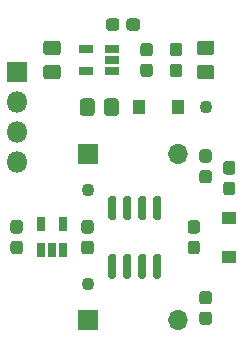
<source format=gts>
G04 #@! TF.GenerationSoftware,KiCad,Pcbnew,5.1.6-c6e7f7d~87~ubuntu18.04.1*
G04 #@! TF.CreationDate,2021-01-03T20:00:45-05:00*
G04 #@! TF.ProjectId,entropy,656e7472-6f70-4792-9e6b-696361645f70,rev?*
G04 #@! TF.SameCoordinates,Original*
G04 #@! TF.FileFunction,Soldermask,Top*
G04 #@! TF.FilePolarity,Negative*
%FSLAX46Y46*%
G04 Gerber Fmt 4.6, Leading zero omitted, Abs format (unit mm)*
G04 Created by KiCad (PCBNEW 5.1.6-c6e7f7d~87~ubuntu18.04.1) date 2021-01-03 20:00:45*
%MOMM*%
%LPD*%
G01*
G04 APERTURE LIST*
%ADD10R,1.000000X1.300000*%
%ADD11R,1.300000X1.000000*%
%ADD12R,1.700000X1.700000*%
%ADD13O,1.700000X1.700000*%
%ADD14R,1.800000X1.800000*%
%ADD15O,1.800000X1.800000*%
%ADD16C,1.100000*%
%ADD17R,1.160000X0.750000*%
%ADD18R,0.750000X1.160000*%
G04 APERTURE END LIST*
G36*
G01*
X164478262Y-117600000D02*
X163521738Y-117600000D01*
G75*
G02*
X163250000Y-117328262I0J271738D01*
G01*
X163250000Y-116621738D01*
G75*
G02*
X163521738Y-116350000I271738J0D01*
G01*
X164478262Y-116350000D01*
G75*
G02*
X164750000Y-116621738I0J-271738D01*
G01*
X164750000Y-117328262D01*
G75*
G02*
X164478262Y-117600000I-271738J0D01*
G01*
G37*
G36*
G01*
X164478262Y-119650000D02*
X163521738Y-119650000D01*
G75*
G02*
X163250000Y-119378262I0J271738D01*
G01*
X163250000Y-118671738D01*
G75*
G02*
X163521738Y-118400000I271738J0D01*
G01*
X164478262Y-118400000D01*
G75*
G02*
X164750000Y-118671738I0J-271738D01*
G01*
X164750000Y-119378262D01*
G75*
G02*
X164478262Y-119650000I-271738J0D01*
G01*
G37*
G36*
G01*
X174762500Y-117700000D02*
X174237500Y-117700000D01*
G75*
G02*
X173975000Y-117437500I0J262500D01*
G01*
X173975000Y-116812500D01*
G75*
G02*
X174237500Y-116550000I262500J0D01*
G01*
X174762500Y-116550000D01*
G75*
G02*
X175025000Y-116812500I0J-262500D01*
G01*
X175025000Y-117437500D01*
G75*
G02*
X174762500Y-117700000I-262500J0D01*
G01*
G37*
G36*
G01*
X174762500Y-119450000D02*
X174237500Y-119450000D01*
G75*
G02*
X173975000Y-119187500I0J262500D01*
G01*
X173975000Y-118562500D01*
G75*
G02*
X174237500Y-118300000I262500J0D01*
G01*
X174762500Y-118300000D01*
G75*
G02*
X175025000Y-118562500I0J-262500D01*
G01*
X175025000Y-119187500D01*
G75*
G02*
X174762500Y-119450000I-262500J0D01*
G01*
G37*
G36*
G01*
X177478262Y-119650000D02*
X176521738Y-119650000D01*
G75*
G02*
X176250000Y-119378262I0J271738D01*
G01*
X176250000Y-118671738D01*
G75*
G02*
X176521738Y-118400000I271738J0D01*
G01*
X177478262Y-118400000D01*
G75*
G02*
X177750000Y-118671738I0J-271738D01*
G01*
X177750000Y-119378262D01*
G75*
G02*
X177478262Y-119650000I-271738J0D01*
G01*
G37*
G36*
G01*
X177478262Y-117600000D02*
X176521738Y-117600000D01*
G75*
G02*
X176250000Y-117328262I0J271738D01*
G01*
X176250000Y-116621738D01*
G75*
G02*
X176521738Y-116350000I271738J0D01*
G01*
X177478262Y-116350000D01*
G75*
G02*
X177750000Y-116621738I0J-271738D01*
G01*
X177750000Y-117328262D01*
G75*
G02*
X177478262Y-117600000I-271738J0D01*
G01*
G37*
G36*
G01*
X175737500Y-131550000D02*
X176262500Y-131550000D01*
G75*
G02*
X176525000Y-131812500I0J-262500D01*
G01*
X176525000Y-132437500D01*
G75*
G02*
X176262500Y-132700000I-262500J0D01*
G01*
X175737500Y-132700000D01*
G75*
G02*
X175475000Y-132437500I0J262500D01*
G01*
X175475000Y-131812500D01*
G75*
G02*
X175737500Y-131550000I262500J0D01*
G01*
G37*
G36*
G01*
X175737500Y-133300000D02*
X176262500Y-133300000D01*
G75*
G02*
X176525000Y-133562500I0J-262500D01*
G01*
X176525000Y-134187500D01*
G75*
G02*
X176262500Y-134450000I-262500J0D01*
G01*
X175737500Y-134450000D01*
G75*
G02*
X175475000Y-134187500I0J262500D01*
G01*
X175475000Y-133562500D01*
G75*
G02*
X175737500Y-133300000I262500J0D01*
G01*
G37*
G36*
G01*
X166737500Y-131550000D02*
X167262500Y-131550000D01*
G75*
G02*
X167525000Y-131812500I0J-262500D01*
G01*
X167525000Y-132437500D01*
G75*
G02*
X167262500Y-132700000I-262500J0D01*
G01*
X166737500Y-132700000D01*
G75*
G02*
X166475000Y-132437500I0J262500D01*
G01*
X166475000Y-131812500D01*
G75*
G02*
X166737500Y-131550000I262500J0D01*
G01*
G37*
G36*
G01*
X166737500Y-133300000D02*
X167262500Y-133300000D01*
G75*
G02*
X167525000Y-133562500I0J-262500D01*
G01*
X167525000Y-134187500D01*
G75*
G02*
X167262500Y-134450000I-262500J0D01*
G01*
X166737500Y-134450000D01*
G75*
G02*
X166475000Y-134187500I0J262500D01*
G01*
X166475000Y-133562500D01*
G75*
G02*
X166737500Y-133300000I262500J0D01*
G01*
G37*
G36*
G01*
X160737500Y-133300000D02*
X161262500Y-133300000D01*
G75*
G02*
X161525000Y-133562500I0J-262500D01*
G01*
X161525000Y-134187500D01*
G75*
G02*
X161262500Y-134450000I-262500J0D01*
G01*
X160737500Y-134450000D01*
G75*
G02*
X160475000Y-134187500I0J262500D01*
G01*
X160475000Y-133562500D01*
G75*
G02*
X160737500Y-133300000I262500J0D01*
G01*
G37*
G36*
G01*
X160737500Y-131550000D02*
X161262500Y-131550000D01*
G75*
G02*
X161525000Y-131812500I0J-262500D01*
G01*
X161525000Y-132437500D01*
G75*
G02*
X161262500Y-132700000I-262500J0D01*
G01*
X160737500Y-132700000D01*
G75*
G02*
X160475000Y-132437500I0J262500D01*
G01*
X160475000Y-131812500D01*
G75*
G02*
X160737500Y-131550000I262500J0D01*
G01*
G37*
D10*
X171350000Y-122000000D03*
X174650000Y-122000000D03*
D11*
X179000000Y-134650000D03*
X179000000Y-131350000D03*
D12*
X167000000Y-140000000D03*
D13*
X174620000Y-140000000D03*
X174620000Y-126000000D03*
D12*
X167000000Y-126000000D03*
D14*
X161000000Y-119000000D03*
D15*
X161000000Y-121540000D03*
X161000000Y-124080000D03*
X161000000Y-126620000D03*
G36*
G01*
X166350000Y-122478262D02*
X166350000Y-121521738D01*
G75*
G02*
X166621738Y-121250000I271738J0D01*
G01*
X167328262Y-121250000D01*
G75*
G02*
X167600000Y-121521738I0J-271738D01*
G01*
X167600000Y-122478262D01*
G75*
G02*
X167328262Y-122750000I-271738J0D01*
G01*
X166621738Y-122750000D01*
G75*
G02*
X166350000Y-122478262I0J271738D01*
G01*
G37*
G36*
G01*
X168400000Y-122478262D02*
X168400000Y-121521738D01*
G75*
G02*
X168671738Y-121250000I271738J0D01*
G01*
X169378262Y-121250000D01*
G75*
G02*
X169650000Y-121521738I0J-271738D01*
G01*
X169650000Y-122478262D01*
G75*
G02*
X169378262Y-122750000I-271738J0D01*
G01*
X168671738Y-122750000D01*
G75*
G02*
X168400000Y-122478262I0J271738D01*
G01*
G37*
G36*
G01*
X172262500Y-119450000D02*
X171737500Y-119450000D01*
G75*
G02*
X171475000Y-119187500I0J262500D01*
G01*
X171475000Y-118562500D01*
G75*
G02*
X171737500Y-118300000I262500J0D01*
G01*
X172262500Y-118300000D01*
G75*
G02*
X172525000Y-118562500I0J-262500D01*
G01*
X172525000Y-119187500D01*
G75*
G02*
X172262500Y-119450000I-262500J0D01*
G01*
G37*
G36*
G01*
X172262500Y-117700000D02*
X171737500Y-117700000D01*
G75*
G02*
X171475000Y-117437500I0J262500D01*
G01*
X171475000Y-116812500D01*
G75*
G02*
X171737500Y-116550000I262500J0D01*
G01*
X172262500Y-116550000D01*
G75*
G02*
X172525000Y-116812500I0J-262500D01*
G01*
X172525000Y-117437500D01*
G75*
G02*
X172262500Y-117700000I-262500J0D01*
G01*
G37*
G36*
G01*
X169700000Y-114737500D02*
X169700000Y-115262500D01*
G75*
G02*
X169437500Y-115525000I-262500J0D01*
G01*
X168812500Y-115525000D01*
G75*
G02*
X168550000Y-115262500I0J262500D01*
G01*
X168550000Y-114737500D01*
G75*
G02*
X168812500Y-114475000I262500J0D01*
G01*
X169437500Y-114475000D01*
G75*
G02*
X169700000Y-114737500I0J-262500D01*
G01*
G37*
G36*
G01*
X171450000Y-114737500D02*
X171450000Y-115262500D01*
G75*
G02*
X171187500Y-115525000I-262500J0D01*
G01*
X170562500Y-115525000D01*
G75*
G02*
X170300000Y-115262500I0J262500D01*
G01*
X170300000Y-114737500D01*
G75*
G02*
X170562500Y-114475000I262500J0D01*
G01*
X171187500Y-114475000D01*
G75*
G02*
X171450000Y-114737500I0J-262500D01*
G01*
G37*
G36*
G01*
X178737500Y-128300000D02*
X179262500Y-128300000D01*
G75*
G02*
X179525000Y-128562500I0J-262500D01*
G01*
X179525000Y-129187500D01*
G75*
G02*
X179262500Y-129450000I-262500J0D01*
G01*
X178737500Y-129450000D01*
G75*
G02*
X178475000Y-129187500I0J262500D01*
G01*
X178475000Y-128562500D01*
G75*
G02*
X178737500Y-128300000I262500J0D01*
G01*
G37*
G36*
G01*
X178737500Y-126550000D02*
X179262500Y-126550000D01*
G75*
G02*
X179525000Y-126812500I0J-262500D01*
G01*
X179525000Y-127437500D01*
G75*
G02*
X179262500Y-127700000I-262500J0D01*
G01*
X178737500Y-127700000D01*
G75*
G02*
X178475000Y-127437500I0J262500D01*
G01*
X178475000Y-126812500D01*
G75*
G02*
X178737500Y-126550000I262500J0D01*
G01*
G37*
G36*
G01*
X177262500Y-140450000D02*
X176737500Y-140450000D01*
G75*
G02*
X176475000Y-140187500I0J262500D01*
G01*
X176475000Y-139562500D01*
G75*
G02*
X176737500Y-139300000I262500J0D01*
G01*
X177262500Y-139300000D01*
G75*
G02*
X177525000Y-139562500I0J-262500D01*
G01*
X177525000Y-140187500D01*
G75*
G02*
X177262500Y-140450000I-262500J0D01*
G01*
G37*
G36*
G01*
X177262500Y-138700000D02*
X176737500Y-138700000D01*
G75*
G02*
X176475000Y-138437500I0J262500D01*
G01*
X176475000Y-137812500D01*
G75*
G02*
X176737500Y-137550000I262500J0D01*
G01*
X177262500Y-137550000D01*
G75*
G02*
X177525000Y-137812500I0J-262500D01*
G01*
X177525000Y-138437500D01*
G75*
G02*
X177262500Y-138700000I-262500J0D01*
G01*
G37*
G36*
G01*
X176737500Y-125550000D02*
X177262500Y-125550000D01*
G75*
G02*
X177525000Y-125812500I0J-262500D01*
G01*
X177525000Y-126437500D01*
G75*
G02*
X177262500Y-126700000I-262500J0D01*
G01*
X176737500Y-126700000D01*
G75*
G02*
X176475000Y-126437500I0J262500D01*
G01*
X176475000Y-125812500D01*
G75*
G02*
X176737500Y-125550000I262500J0D01*
G01*
G37*
G36*
G01*
X176737500Y-127300000D02*
X177262500Y-127300000D01*
G75*
G02*
X177525000Y-127562500I0J-262500D01*
G01*
X177525000Y-128187500D01*
G75*
G02*
X177262500Y-128450000I-262500J0D01*
G01*
X176737500Y-128450000D01*
G75*
G02*
X176475000Y-128187500I0J262500D01*
G01*
X176475000Y-127562500D01*
G75*
G02*
X176737500Y-127300000I262500J0D01*
G01*
G37*
D16*
X167000000Y-137000000D03*
X167000000Y-129000000D03*
D17*
X169100000Y-118950000D03*
X169100000Y-118000000D03*
X169100000Y-117050000D03*
X166900000Y-117050000D03*
X166900000Y-118950000D03*
G36*
G01*
X169270000Y-136500000D02*
X168920000Y-136500000D01*
G75*
G02*
X168745000Y-136325000I0J175000D01*
G01*
X168745000Y-134625000D01*
G75*
G02*
X168920000Y-134450000I175000J0D01*
G01*
X169270000Y-134450000D01*
G75*
G02*
X169445000Y-134625000I0J-175000D01*
G01*
X169445000Y-136325000D01*
G75*
G02*
X169270000Y-136500000I-175000J0D01*
G01*
G37*
G36*
G01*
X170540000Y-136500000D02*
X170190000Y-136500000D01*
G75*
G02*
X170015000Y-136325000I0J175000D01*
G01*
X170015000Y-134625000D01*
G75*
G02*
X170190000Y-134450000I175000J0D01*
G01*
X170540000Y-134450000D01*
G75*
G02*
X170715000Y-134625000I0J-175000D01*
G01*
X170715000Y-136325000D01*
G75*
G02*
X170540000Y-136500000I-175000J0D01*
G01*
G37*
G36*
G01*
X171810000Y-136500000D02*
X171460000Y-136500000D01*
G75*
G02*
X171285000Y-136325000I0J175000D01*
G01*
X171285000Y-134625000D01*
G75*
G02*
X171460000Y-134450000I175000J0D01*
G01*
X171810000Y-134450000D01*
G75*
G02*
X171985000Y-134625000I0J-175000D01*
G01*
X171985000Y-136325000D01*
G75*
G02*
X171810000Y-136500000I-175000J0D01*
G01*
G37*
G36*
G01*
X173080000Y-136500000D02*
X172730000Y-136500000D01*
G75*
G02*
X172555000Y-136325000I0J175000D01*
G01*
X172555000Y-134625000D01*
G75*
G02*
X172730000Y-134450000I175000J0D01*
G01*
X173080000Y-134450000D01*
G75*
G02*
X173255000Y-134625000I0J-175000D01*
G01*
X173255000Y-136325000D01*
G75*
G02*
X173080000Y-136500000I-175000J0D01*
G01*
G37*
G36*
G01*
X173080000Y-131550000D02*
X172730000Y-131550000D01*
G75*
G02*
X172555000Y-131375000I0J175000D01*
G01*
X172555000Y-129675000D01*
G75*
G02*
X172730000Y-129500000I175000J0D01*
G01*
X173080000Y-129500000D01*
G75*
G02*
X173255000Y-129675000I0J-175000D01*
G01*
X173255000Y-131375000D01*
G75*
G02*
X173080000Y-131550000I-175000J0D01*
G01*
G37*
G36*
G01*
X171810000Y-131550000D02*
X171460000Y-131550000D01*
G75*
G02*
X171285000Y-131375000I0J175000D01*
G01*
X171285000Y-129675000D01*
G75*
G02*
X171460000Y-129500000I175000J0D01*
G01*
X171810000Y-129500000D01*
G75*
G02*
X171985000Y-129675000I0J-175000D01*
G01*
X171985000Y-131375000D01*
G75*
G02*
X171810000Y-131550000I-175000J0D01*
G01*
G37*
G36*
G01*
X170540000Y-131550000D02*
X170190000Y-131550000D01*
G75*
G02*
X170015000Y-131375000I0J175000D01*
G01*
X170015000Y-129675000D01*
G75*
G02*
X170190000Y-129500000I175000J0D01*
G01*
X170540000Y-129500000D01*
G75*
G02*
X170715000Y-129675000I0J-175000D01*
G01*
X170715000Y-131375000D01*
G75*
G02*
X170540000Y-131550000I-175000J0D01*
G01*
G37*
G36*
G01*
X169270000Y-131550000D02*
X168920000Y-131550000D01*
G75*
G02*
X168745000Y-131375000I0J175000D01*
G01*
X168745000Y-129675000D01*
G75*
G02*
X168920000Y-129500000I175000J0D01*
G01*
X169270000Y-129500000D01*
G75*
G02*
X169445000Y-129675000I0J-175000D01*
G01*
X169445000Y-131375000D01*
G75*
G02*
X169270000Y-131550000I-175000J0D01*
G01*
G37*
D18*
X163050000Y-134100000D03*
X164000000Y-134100000D03*
X164950000Y-134100000D03*
X164950000Y-131900000D03*
X163050000Y-131900000D03*
D16*
X177000000Y-122000000D03*
M02*

</source>
